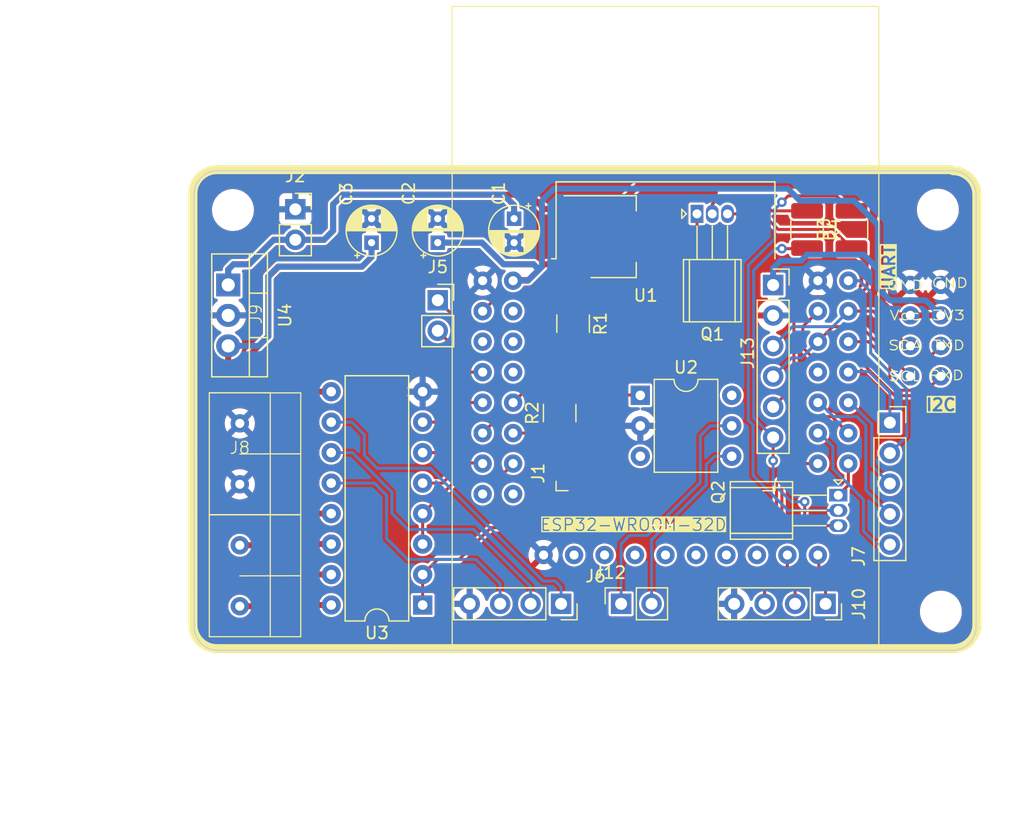
<source format=kicad_pcb>
(kicad_pcb (version 20240108) (generator "pcbnew") (generator_version "8.0")
  (layers (0 "F.Cu" signal) (31 "B.Cu" signal) (34 "B.Paste" user) (35 "F.Paste" user) (36 "B.SilkS" user "B.Silkscreen") (37 "F.SilkS" user "F.Silkscreen") (38 "B.Mask" user) (39 "F.Mask" user) (44 "Edge.Cuts" user))
  (net 0 "")
  (net 1 "GND")
  (net 2 "+3V3")
  (net 3 "+5V")
  (net 4 "/RXD")
  (net 5 "/TXD")
  (net 6 "/SDA")
  (net 7 "/OUT2")
  (net 8 "/OUT3")
  (net 9 "/SCL")
  (net 10 "/OUT1")
  (net 11 "/EN")
  (net 12 "/SOURCE2")
  (net 13 "/SOURCE1")
  (net 14 "/SOURCE3")
  (net 15 "/VDC")
  (net 16 "/DAC1")
  (net 17 "/DAC2")
  (net 18 "/GPIO13")
  (net 19 "/GPIO19")
  (net 20 "/GPIO17")
  (net 21 "/GPIO5")
  (net 22 "/GPIO18")
  (net 23 "/GPIO36")
  (net 24 "/ADC2_CH3")
  (net 25 "/GPIO32")
  (net 26 "/GPIO34")
  (net 27 "/SD_DATA1")
  (net 28 "/SD_DATA2")
  (net 29 "/SD_CLK")
  (net 30 "/SD_CMD")
  (net 31 "/SD_DATA3")
  (net 32 "/ADC2_CH0")
  (net 33 "/GPIO23")
  (net 34 "/SD_DATA0")
  (net 35 "/GPIO27")
  (net 36 "/ADC2_CH2")
  (net 37 "/BOOT")
  (net 39 "/V1-")
  (net 40 "Net-(R2-Pad2)")
  (net 41 "/V1+")
  (net 43 "/GPIO39")
  (net 44 "/DTR")
  (net 45 "/RTS")
  (net 46 "Net-(Q1-B)")
  (net 47 "Net-(Q2-B)")
  (net 48 "/OUT4")
  (net 49 "/SOURCE4")
  (net 50 "/OUT5")
  (net 51 "/SOURCE5")
  (footprint "Capacitor_THT:CP_Radial_D4.0mm_P2.00mm" (layer "F.Cu") (at 100.32 46 90)
    (property "Reference" "C2" (at 4.1 -2.42 -90) (layer "F.SilkS"))
    (property "Value" "1uF")
    (pad "1" thru_hole rect (at 0 0 90) (size 1.2 1.2) (drill 0.6) (layers "*.Cu" "*.Mask") (net 2 "+3V3"))
    (pad "2" thru_hole circle (at 2 0 90) (size 1.2 1.2) (drill 0.6) (layers "*.Cu" "*.Mask") (net 1 "GND"))
  )
  (footprint "Package_TO_SOT_THT:TO-92_Inline_W4.0mm_Horizontal_FlatSideDown" (layer "F.Cu") (at 121.9275 43.6)
    (property "Reference" "Q1" (at 1.27 10.033 0) (layer "F.SilkS"))
    (property "Value" "NPN")
    (pad "1" thru_hole rect (at 0 0) (size 1.05 1.5) (drill 0.75) (layers "*.Cu" "*.Mask") (net 11 "/EN"))
    (pad "2" thru_hole oval (at 1.27 0) (size 1.05 1.5) (drill 0.75) (layers "*.Cu" "*.Mask") (net 46 "Net-(Q1-B)"))
    (pad "3" thru_hole oval (at 2.54 0) (size 1.05 1.5) (drill 0.75) (layers "*.Cu" "*.Mask") (net 45 "/RTS"))
  )
  (footprint "Package_TO_SOT_THT:TO-92_Inline_W4.0mm_Horizontal_FlatSideDown" (layer "F.Cu") (at 133.7 67.0475 -90)
    (property "Reference" "Q2" (at -0.2475 10 90) (layer "F.SilkS"))
    (property "Value" "NPN")
    (pad "1" thru_hole rect (at 0 0 270) (size 1.05 1.5) (drill 0.75) (layers "*.Cu" "*.Mask") (net 37 "/BOOT"))
    (pad "2" thru_hole oval (at 1.27 0 270) (size 1.05 1.5) (drill 0.75) (layers "*.Cu" "*.Mask") (net 47 "Net-(Q2-B)"))
    (pad "3" thru_hole oval (at 2.54 0 270) (size 1.05 1.5) (drill 0.75) (layers "*.Cu" "*.Mask") (net 44 "/DTR"))
  )
  (footprint "Alexander Footprints Library:ESP32-WROOM-Adapter-Socket-2" (layer "F.Cu") (at 119.3 56.79)
    (property "Reference" "J1" (at -10.61 8.43 90) (layer "F.SilkS"))
    (property "Value" "~")
    (fp_text user "ESP32-WROOM-32D" (at -10.5 13.31 0) (layer "F.SilkS" knockout) (effects (font (thickness 0.1)) (justify left bottom)))
    (pad "" thru_hole circle (at -15.24 10.16) (size 1.524 1.524) (drill 0.762) (layers "*.Cu" "*.Mask"))
    (pad "" thru_hole circle (at -12.7 10.16) (size 1.524 1.524) (drill 0.762) (layers "*.Cu" "*.Mask"))
    (pad "1" thru_hole circle (at -15.24 -7.62) (size 1.524 1.524) (drill 0.762) (layers "*.Cu" "*.Mask") (net 1 "GND"))
    (pad "2" thru_hole circle (at -12.7 -7.62) (size 1.524 1.524) (drill 0.762) (layers "*.Cu" "*.Mask") (net 2 "+3V3"))
    (pad "3" thru_hole circle (at -15.24 -5.08) (size 1.524 1.524) (drill 0.762) (layers "*.Cu" "*.Mask") (net 11 "/EN"))
    (pad "4" thru_hole circle (at -12.7 -5.08) (size 1.524 1.524) (drill 0.762) (layers "*.Cu" "*.Mask") (net 23 "/GPIO36"))
    (pad "5" thru_hole circle (at -15.24 -2.54) (size 1.524 1.524) (drill 0.762) (layers "*.Cu" "*.Mask") (net 43 "/GPIO39"))
    (pad "6" thru_hole circle (at -12.7 -2.54) (size 1.524 1.524) (drill 0.762) (layers "*.Cu" "*.Mask") (net 26 "/GPIO34"))
    (pad "7" thru_hole circle (at -15.24 0) (size 1.524 1.524) (drill 0.762) (layers "*.Cu" "*.Mask") (net 50 "/OUT5"))
    (pad "8" thru_hole circle (at -12.7 0) (size 1.524 1.524) (drill 0.762) (layers "*.Cu" "*.Mask") (net 25 "/GPIO32"))
    (pad "9" thru_hole circle (at -15.24 2.54) (size 1.524 1.524) (drill 0.762) (layers "*.Cu" "*.Mask") (net 48 "/OUT4"))
    (pad "10" thru_hole circle (at -12.7 2.54) (size 1.524 1.524) (drill 0.762) (layers "*.Cu" "*.Mask") (net 16 "/DAC1"))
    (pad "11" thru_hole circle (at -15.24 5.08) (size 1.524 1.524) (drill 0.762) (layers "*.Cu" "*.Mask") (net 17 "/DAC2"))
    (pad "12" thru_hole circle (at -12.7 5.08) (size 1.524 1.524) (drill 0.762) (layers "*.Cu" "*.Mask") (net 35 "/GPIO27"))
    (pad "13" thru_hole circle (at -15.24 7.62) (size 1.524 1.524) (drill 0.762) (layers "*.Cu" "*.Mask") (net 8 "/OUT3"))
    (pad "14" thru_hole circle (at -12.7 7.62) (size 1.524 1.524) (drill 0.762) (layers "*.Cu" "*.Mask") (net 7 "/OUT2"))
    (pad "15" thru_hole circle (at -10.16 15.24 90) (size 1.524 1.524) (drill 0.762) (layers "*.Cu" "*.Mask") (net 1 "GND"))
    (pad "16" thru_hole circle (at -7.62 15.24 90) (size 1.524 1.524) (drill 0.762) (layers "*.Cu" "*.Mask") (net 18 "/GPIO13"))
    (pad "17" thru_hole circle (at -5.08 15.24 90) (size 1.524 1.524) (drill 0.762) (layers "*.Cu" "*.Mask") (net 28 "/SD_DATA2"))
    (pad "18" thru_hole circle (at -2.54 15.24 90) (size 1.524 1.524) (drill 0.762) (layers "*.Cu" "*.Mask") (net 31 "/SD_DATA3"))
    (pad "19" thru_hole circle (at 0 15.24 90) (size 1.524 1.524) (drill 0.762) (layers "*.Cu" "*.Mask") (net 30 "/SD_CMD"))
    (pad "20" thru_hole circle (at 2.54 15.24 90) (size 1.524 1.524) (drill 0.762) (layers "*.Cu" "*.Mask") (net 29 "/SD_CLK"))
    (pad "21" thru_hole circle (at 5.08 15.24 90) (size 1.524 1.524) (drill 0.762) (layers "*.Cu" "*.Mask") (net 34 "/SD_DATA0"))
    (pad "22" thru_hole circle (at 7.62 15.24 90) (size 1.524 1.524) (drill 0.762) (layers "*.Cu" "*.Mask") (net 27 "/SD_DATA1"))
    (pad "23" thru_hole circle (at 10.16 15.24 90) (size 1.524 1.524) (drill 0.762) (layers "*.Cu" "*.Mask") (net 24 "/ADC2_CH3"))
    (pad "24" thru_hole circle (at 12.7 15.24 90) (size 1.524 1.524) (drill 0.762) (layers "*.Cu" "*.Mask") (net 36 "/ADC2_CH2"))
    (pad "25" thru_hole circle (at 15.24 7.62) (size 1.524 1.524) (drill 0.762) (layers "*.Cu" "*.Mask") (net 37 "/BOOT"))
    (pad "26" thru_hole circle (at 12.7 7.62) (size 1.524 1.524) (drill 0.762) (layers "*.Cu" "*.Mask") (net 32 "/ADC2_CH0"))
    (pad "27" thru_hole circle (at 15.24 5.08) (size 1.524 1.524) (drill 0.762) (layers "*.Cu" "*.Mask") (net 10 "/OUT1"))
    (pad "28" thru_hole circle (at 12.7 5.08) (size 1.524 1.524) (drill 0.762) (layers "*.Cu" "*.Mask") (net 20 "/GPIO17"))
    (pad "29" thru_hole circle (at 15.24 2.54) (size 1.524 1.524) (drill 0.762) (layers "*.Cu" "*.Mask") (net 21 "/GPIO5"))
    (pad "30" thru_hole circle (at 12.7 2.54) (size 1.524 1.524) (drill 0.762) (layers "*.Cu" "*.Mask") (net 22 "/GPIO18"))
    (pad "31" thru_hole circle (at 15.24 0) (size 1.524 1.524) (drill 0.762) (layers "*.Cu" "*.Mask") (net 19 "/GPIO19"))
    (pad "32" thru_hole circle (at 12.7 0) (size 1.524 1.524) (drill 0.762) (layers "*.Cu" "*.Mask"))
    (pad "33" thru_hole circle (at 15.24 -2.54) (size 1.524 1.524) (drill 0.762) (layers "*.Cu" "*.Mask") (net 6 "/SDA"))
    (pad "34" thru_hole circle (at 12.7 -2.54) (size 1.524 1.524) (drill 0.762) (layers "*.Cu" "*.Mask") (net 4 "/RXD"))
    (pad "35" thru_hole circle (at 15.24 -5.08) (size 1.524 1.524) (drill 0.762) (layers "*.Cu" "*.Mask") (net 5 "/TXD"))
    (pad "36" thru_hole circle (at 12.7 -5.08) (size 1.524 1.524) (drill 0.762) (layers "*.Cu" "*.Mask") (net 9 "/SCL"))
    (pad "37" thru_hole circle (at 15.24 -7.62) (size 1.524 1.524) (drill 0.762) (layers "*.Cu" "*.Mask") (net 33 "/GPIO23"))
    (pad "38" thru_hole circle (at 12.7 -7.62) (size 1.524 1.524) (drill 0.762) (layers "*.Cu" "*.Mask") (net 1 "GND"))
  )
  (footprint "MountingHole:MountingHole_3mm" (layer "F.Cu") (at 142 43.25)
    (property "Reference" "H1" (hide yes))
    (property "Value" "MountingHole_Pad")
    (pad "" np_thru_hole circle (at 0 0) (size 3 3) (drill 3) (layers "*.Cu" "*.Mask"))
  )
  (footprint "MountingHole:MountingHole_3mm" (layer "F.Cu") (at 83.25 43.28)
    (property "Reference" "H2" (hide yes))
    (property "Value" "MountingHole_Pad")
    (pad "" np_thru_hole circle (at 0 0) (size 3 3) (drill 3) (layers "*.Cu" "*.Mask"))
  )
  (footprint "Package_DIP:DIP-16_W7.62mm" (layer "F.Cu") (at 99.06 76.2 180)
    (property "Reference" "U3" (at 3.81 -2.33 0) (layer "F.SilkS"))
    (property "Value" "ULN2003")
    (pad "1" thru_hole rect (at 0 0 180) (size 1.6 1.6) (drill 0.8) (layers "*.Cu" "*.Mask") (net 10 "/OUT1"))
    (pad "2" thru_hole oval (at 0 2.54 180) (size 1.6 1.6) (drill 0.8) (layers "*.Cu" "*.Mask") (net 10 "/OUT1"))
    (pad "3" thru_hole oval (at 0 5.08 180) (size 1.6 1.6) (drill 0.8) (layers "*.Cu" "*.Mask") (net 7 "/OUT2"))
    (pad "4" thru_hole oval (at 0 7.62 180) (size 1.6 1.6) (drill 0.8) (layers "*.Cu" "*.Mask") (net 7 "/OUT2"))
    (pad "5" thru_hole oval (at 0 10.16 180) (size 1.6 1.6) (drill 0.8) (layers "*.Cu" "*.Mask") (net 8 "/OUT3"))
    (pad "6" thru_hole oval (at 0 12.7 180) (size 1.6 1.6) (drill 0.8) (layers "*.Cu" "*.Mask") (net 48 "/OUT4"))
    (pad "7" thru_hole oval (at 0 15.24 180) (size 1.6 1.6) (drill 0.8) (layers "*.Cu" "*.Mask") (net 50 "/OUT5"))
    (pad "8" thru_hole oval (at 0 17.78 180) (size 1.6 1.6) (drill 0.8) (layers "*.Cu" "*.Mask") (net 1 "GND"))
    (pad "9" thru_hole oval (at 7.62 17.78 180) (size 1.6 1.6) (drill 0.8) (layers "*.Cu" "*.Mask") (net 3 "+5V"))
    (pad "10" thru_hole oval (at 7.62 15.24 180) (size 1.6 1.6) (drill 0.8) (layers "*.Cu" "*.Mask") (net 51 "/SOURCE5"))
    (pad "11" thru_hole oval (at 7.62 12.7 180) (size 1.6 1.6) (drill 0.8) (layers "*.Cu" "*.Mask") (net 49 "/SOURCE4"))
    (pad "12" thru_hole oval (at 7.62 10.16 180) (size 1.6 1.6) (drill 0.8) (layers "*.Cu" "*.Mask") (net 14 "/SOURCE3"))
    (pad "13" thru_hole oval (at 7.62 7.62 180) (size 1.6 1.6) (drill 0.8) (layers "*.Cu" "*.Mask") (net 12 "/SOURCE2"))
    (pad "14" thru_hole oval (at 7.62 5.08 180) (size 1.6 1.6) (drill 0.8) (layers "*.Cu" "*.Mask") (net 12 "/SOURCE2"))
    (pad "15" thru_hole oval (at 7.62 2.54 180) (size 1.6 1.6) (drill 0.8) (layers "*.Cu" "*.Mask") (net 13 "/SOURCE1"))
    (pad "16" thru_hole oval (at 7.62 0 180) (size 1.6 1.6) (drill 0.8) (layers "*.Cu" "*.Mask") (net 13 "/SOURCE1"))
  )
  (footprint "Package_DIP:DIP-6_W7.62mm" (layer "F.Cu") (at 117.2 58.725)
    (property "Reference" "U2" (at 3.81 -2.33 0) (layer "F.SilkS"))
    (property "Value" "4N35")
    (pad "1" thru_hole rect (at 0 0) (size 1.6 1.6) (drill 0.8) (layers "*.Cu" "*.Mask") (net 40 "Net-(R2-Pad2)"))
    (pad "2" thru_hole oval (at 0 2.54) (size 1.6 1.6) (drill 0.8) (layers "*.Cu" "*.Mask") (net 1 "GND"))
    (pad "3" thru_hole oval (at 0 5.08) (size 1.6 1.6) (drill 0.8) (layers "*.Cu" "*.Mask"))
    (pad "4" thru_hole oval (at 7.62 5.08) (size 1.6 1.6) (drill 0.8) (layers "*.Cu" "*.Mask") (net 39 "/V1-"))
    (pad "5" thru_hole oval (at 7.62 2.54) (size 1.6 1.6) (drill 0.8) (layers "*.Cu" "*.Mask") (net 41 "/V1+"))
    (pad "6" thru_hole oval (at 7.62 0) (size 1.6 1.6) (drill 0.8) (layers "*.Cu" "*.Mask"))
  )
  (footprint "Alexander Footprints Library:Conn_Terminal_5mm" (layer "F.Cu") (at 83.82 53.44)
    (property "Reference" "J9" (at 1.33 -1.49 90) (layer "F.SilkS") (effects (font (thickness 0.1))))
    (property "Value" "Conn_01x02_Socket")
    (pad "1" thru_hole circle (at 0 7.62) (size 1.524 1.524) (drill 0.762) (layers "*.Cu" "*.Mask") (net 1 "GND"))
    (pad "2" thru_hole circle (at 0 12.7) (size 1.524 1.524) (drill 0.762) (layers "*.Cu" "*.Mask") (net 1 "GND"))
  )
  (footprint "Resistor_SMD:R_1210_3225Metric_Pad1.30x2.65mm_HandSolder" (layer "F.Cu") (at 134.8 44.9 90)
    (property "Reference" "R3" (at 0 -2.28 -90) (layer "F.SilkS"))
    (property "Value" "10K")
    (pad "1" smd roundrect (at -1.55 0 90) (size 1.3 2.65) (layers "F.Cu" "F.Paste" "F.Mask") (roundrect_rratio 0.192308) (net 45 "/RTS"))
    (pad "2" smd roundrect (at 1.55 0 90) (size 1.3 2.65) (layers "F.Cu" "F.Paste" "F.Mask") (roundrect_rratio 0.192308) (net 47 "Net-(Q2-B)"))
  )
  (footprint "Resistor_SMD:R_1210_3225Metric_Pad1.30x2.65mm_HandSolder" (layer "F.Cu") (at 111.6 52.75 -90)
    (property "Reference" "R1" (at 0 -2.28 -90) (layer "F.SilkS"))
    (property "Value" "10K")
    (pad "1" smd roundrect (at -1.55 0 270) (size 1.3 2.65) (layers "F.Cu" "F.Paste" "F.Mask") (roundrect_rratio 0.192308) (net 2 "+3V3"))
    (pad "2" smd roundrect (at 1.55 0 270) (size 1.3 2.65) (layers "F.Cu" "F.Paste" "F.Mask") (roundrect_rratio 0.192308) (net 11 "/EN"))
  )
  (footprint "Connector_PinSocket_2.54mm:PinSocket_1x05_P2.54mm_Vertical" (layer "F.Cu") (at 138 61)
    (property "Reference" "J7" (at -2.6 11.15 90) (layer "F.SilkS"))
    (property "Value" "GPIO")
    (pad "1" thru_hole rect (at 0 0) (size 1.7 1.7) (drill 1) (layers "*.Cu" "*.Mask") (net 19 "/GPIO19"))
    (pad "2" thru_hole oval (at 0 2.54) (size 1.7 1.7) (drill 1) (layers "*.Cu" "*.Mask") (net 33 "/GPIO23"))
    (pad "3" thru_hole oval (at 0 5.08) (size 1.7 1.7) (drill 1) (layers "*.Cu" "*.Mask") (net 21 "/GPIO5"))
    (pad "4" thru_hole oval (at 0 7.62) (size 1.7 1.7) (drill 1) (layers "*.Cu" "*.Mask") (net 22 "/GPIO18"))
    (pad "5" thru_hole oval (at 0 10.16) (size 1.7 1.7) (drill 1) (layers "*.Cu" "*.Mask") (net 20 "/GPIO17"))
  )
  (footprint "Resistor_SMD:R_1210_3225Metric_Pad1.30x2.65mm_HandSolder" (layer "F.Cu") (at 131.1 44.9 -90)
    (property "Reference" "R4" (at 0 -2.28 90) (layer "F.SilkS"))
    (property "Value" "10K")
    (pad "1" smd roundrect (at -1.55 0 270) (size 1.3 2.65) (layers "F.Cu" "F.Paste" "F.Mask") (roundrect_rratio 0.192308) (net 46 "Net-(Q1-B)"))
    (pad "2" smd roundrect (at 1.55 0 270) (size 1.3 2.65) (layers "F.Cu" "F.Paste" "F.Mask") (roundrect_rratio 0.192308) (net 44 "/DTR"))
  )
  (footprint "Connector_PinSocket_2.54mm:PinSocket_1x02_P2.54mm_Vertical" (layer "F.Cu") (at 88.45 43.22)
    (property "Reference" "J2" (at 0 -2.77 0) (layer "F.SilkS"))
    (property "Value" "PWD")
    (pad "1" thru_hole rect (at 0 0) (size 1.7 1.7) (drill 1) (layers "*.Cu" "*.Mask") (net 1 "GND"))
    (pad "2" thru_hole oval (at 0 2.54) (size 1.7 1.7) (drill 1) (layers "*.Cu" "*.Mask") (net 15 "/VDC"))
  )
  (footprint "Connector_PinSocket_2.54mm:PinSocket_1x02_P2.54mm_Vertical" (layer "F.Cu") (at 115.6 76.1 90)
    (property "Reference" "J12" (at 2.6 -0.92 180) (layer "F.SilkS"))
    (property "Value" "Conn_01x02_Socket")
    (pad "1" thru_hole rect (at 0 0 90) (size 1.7 1.7) (drill 1) (layers "*.Cu" "*.Mask") (net 41 "/V1+"))
    (pad "2" thru_hole oval (at 0 2.54 90) (size 1.7 1.7) (drill 1) (layers "*.Cu" "*.Mask") (net 39 "/V1-"))
  )
  (footprint "Connector_PinSocket_2.54mm:PinSocket_1x04_P2.54mm_Vertical" (layer "F.Cu") (at 110.6 76.1 -90)
    (property "Reference" "J6" (at -2.3 -2.87 180) (layer "F.SilkS"))
    (property "Value" "SOURCE")
    (pad "1" thru_hole rect (at 0 0 270) (size 1.7 1.7) (drill 1) (layers "*.Cu" "*.Mask") (net 51 "/SOURCE5"))
    (pad "2" thru_hole oval (at 0 2.54 270) (size 1.7 1.7) (drill 1) (layers "*.Cu" "*.Mask") (net 49 "/SOURCE4"))
    (pad "3" thru_hole oval (at 0 5.08 270) (size 1.7 1.7) (drill 1) (layers "*.Cu" "*.Mask") (net 14 "/SOURCE3"))
    (pad "4" thru_hole oval (at 0 7.62 270) (size 1.7 1.7) (drill 1) (layers "*.Cu" "*.Mask") (net 1 "GND"))
  )
  (footprint "Connector_PinSocket_2.54mm:PinSocket_1x04_P2.54mm_Vertical" (layer "F.Cu") (at 132.64 76.1 -90)
    (property "Reference" "J10" (at 0 -2.77 90) (layer "F.SilkS"))
    (property "Value" "ADC")
    (pad "1" thru_hole rect (at 0 0 270) (size 1.7 1.7) (drill 1) (layers "*.Cu" "*.Mask") (net 36 "/ADC2_CH2"))
    (pad "2" thru_hole oval (at 0 2.54 270) (size 1.7 1.7) (drill 1) (layers "*.Cu" "*.Mask") (net 32 "/ADC2_CH0"))
    (pad "3" thru_hole oval (at 0 5.08 270) (size 1.7 1.7) (drill 1) (layers "*.Cu" "*.Mask") (net 24 "/ADC2_CH3"))
    (pad "4" thru_hole oval (at 0 7.62 270) (size 1.7 1.7) (drill 1) (layers "*.Cu" "*.Mask") (net 1 "GND"))
  )
  (footprint "Capacitor_THT:CP_Radial_D4.0mm_P2.00mm" (layer "F.Cu") (at 94.8 46 90)
    (property "Reference" "C3" (at 4.05 -2.1 -90) (layer "F.SilkS"))
    (property "Value" "1uF")
    (pad "1" thru_hole rect (at 0 0 90) (size 1.2 1.2) (drill 0.6) (layers "*.Cu" "*.Mask") (net 3 "+5V"))
    (pad "2" thru_hole circle (at 2 0 90) (size 1.2 1.2) (drill 0.6) (layers "*.Cu" "*.Mask") (net 1 "GND"))
  )
  (footprint "Connector_PinSocket_2.54mm:PinSocket_1x02_P2.54mm_Vertical" (layer "F.Cu") (at 100.32 50.8)
    (property "Reference" "J5" (at 0 -2.77 0) (layer "F.SilkS"))
    (property "Value" "DAC_Socket")
    (pad "1" thru_hole rect (at 0 0) (size 1.7 1.7) (drill 1) (layers "*.Cu" "*.Mask") (net 16 "/DAC1"))
    (pad "2" thru_hole oval (at 0 2.54) (size 1.7 1.7) (drill 1) (layers "*.Cu" "*.Mask") (net 17 "/DAC2"))
  )
  (footprint "Alexander Footprints Library:Conn_UART" (layer "F.Cu") (at 139.7 41.9)
    (property "Reference" "J3" (hide yes))
    (property "Value" "UART")
    (fp_text user "3V3" (at 3.2 10.16 0) (layer "F.SilkS") (effects (font (size 0.8 1) (thickness 0.1))))
    (fp_text user "GND" (at 3.3 7.46 0) (layer "F.SilkS") (effects (font (size 0.8 1) (thickness 0.1))))
    (fp_text user "RXD" (at 3 15.16 0) (layer "F.SilkS") (effects (font (size 0.8 1) (thickness 0.1))))
    (fp_text user "TXD" (at 3.2 12.66 0) (layer "F.SilkS") (effects (font (size 0.8 1) (thickness 0.1))))
    (fp_text user "UART" (at -1.2 6.16 90) (layer "F.SilkS" knockout) (effects (font (thickness 0.2) (bold yes)) (justify bottom)))
    (pad "3V3" thru_hole circle (at 0 10.16) (size 1.524 1.524) (drill 0.762) (layers "*.Cu" "*.Mask") (net 2 "+3V3"))
    (pad "GND" thru_hole circle (at 0 7.62) (size 1.524 1.524) (drill 0.762) (layers "*.Cu" "*.Mask") (net 1 "GND"))
    (pad "RXD" thru_hole circle (at 0 15.24) (size 1.524 1.524) (drill 0.762) (layers "*.Cu" "*.Mask") (net 4 "/RXD"))
    (pad "TXD" thru_hole circle (at 0 12.7) (size 1.524 1.524) (drill 0.762) (layers "*.Cu" "*.Mask") (net 5 "/TXD"))
  )
  (footprint "Resistor_SMD:R_1210_3225Metric_Pad1.30x2.65mm_HandSolder" (layer "F.Cu") (at 110.48 60.2 90)
    (property "Reference" "R2" (at 0 -2.28 90) (layer "F.SilkS"))
    (property "Value" "1K")
    (pad "1" smd roundrect (at -1.55 0 90) (size 1.3 2.65) (layers "F.Cu" "F.Paste" "F.Mask") (roundrect_rratio 0.192308) (net 35 "/GPIO27"))
    (pad "2" smd roundrect (at 1.55 0 90) (size 1.3 2.65) (layers "F.Cu" "F.Paste" "F.Mask") (roundrect_rratio 0.192308) (net 40 "Net-(R2-Pad2)"))
  )
  (footprint "Capacitor_THT:CP_Radial_D4.0mm_P2.00mm" (layer "F.Cu") (at 106.68 44 -90)
    (property "Reference" "C1" (at -2.1 1.28 90) (layer "F.SilkS"))
    (property "Value" "1uF")
    (pad "1" thru_hole rect (at 0 0 270) (size 1.2 1.2) (drill 0.6) (layers "*.Cu" "*.Mask") (net 15 "/VDC"))
    (pad "2" thru_hole circle (at 2 0 270) (size 1.2 1.2) (drill 0.6) (layers "*.Cu" "*.Mask") (net 1 "GND"))
  )
  (footprint "Package_TO_SOT_SMD:SOT-223-3_TabPin2" (layer "F.Cu") (at 114.95 45.5)
    (property "Reference" "U1" (at 2.7 4.9 0) (layer "F.SilkS"))
    (property "Value" "MAX1726EUK33")
    (pad "1" smd rect (at -3.15 -2.3) (size 2 1.5) (layers "F.Cu" "F.Paste" "F.Mask") (net 15 "/VDC"))
    (pad "2" smd rect (at -3.15 0) (size 2 1.5) (layers "F.Cu" "F.Paste" "F.Mask") (net 1 "GND"))
    (pad "2" smd rect (at 3.15 0) (size 2 3.8) (layers "F.Cu" "F.Paste" "F.Mask") (net 1 "GND"))
    (pad "3" smd rect (at -3.15 2.3) (size 2 1.5) (layers "F.Cu" "F.Paste" "F.Mask") (net 2 "+3V3"))
  )
  (footprint "Alexander Footprints Library:LD1117" (layer "F.Cu") (at 82.855 49.52 -90)
    (property "Reference" "U4" (at 2.54 -4.745 90) (layer "F.SilkS"))
    (property "Value" "L7805")
    (pad "1" thru_hole rect (at 0 0 270) (size 1.905 2) (drill 1.1) (layers "*.Cu" "*.Mask") (net 15 "/VDC"))
    (pad "2" thru_hole oval (at 2.54 0 270) (size 1.905 2) (drill 1.1) (layers "*.Cu" "*.Mask") (net 1 "GND"))
    (pad "3" thru_hole oval (at 5.08 0 270) (size 1.905 2) (drill 1.1) (layers "*.Cu" "*.Mask") (net 3 "+5V"))
  )
  (footprint "Alexander Footprints Library:Conn_I2C" (layer "F.Cu") (at 142.24 41.9)
    (property "Reference" "J4" (hide yes))
    (property "Value" "I2C")
    (fp_text user "I2C" (at 0.01 18.206 0) (layer "F.SilkS" knockout) (effects (font (thickness 0.2) (bold yes)) (justify bottom)))
    (fp_text user "SCL" (at -2.99 15.24 0) (layer "F.SilkS") (effects (font (size 0.8 1) (thickness 0.1))))
    (fp_text user "SDA" (at -2.99 12.666 0) (layer "F.SilkS") (effects (font (size 0.8 1) (thickness 0.1))))
    (fp_text user "GND" (at -2.99 7.666 0) (layer "F.SilkS") (effects (font (size 0.8 1) (thickness 0.1))))
    (fp_text user "Vcc" (at -2.99 10.16 0) (layer "F.SilkS") (effects (font (size 0.8 1) (thickness 0.1))))
    (pad "GND" thru_hole circle (at 0 7.62) (size 1.524 1.524) (drill 0.762) (layers "*.Cu" "*.Mask") (net 1 "GND"))
    (pad "SCL" thru_hole circle (at 0 15.24) (size 1.524 1.524) (drill 0.762) (layers "*.Cu" "*.Mask") (net 9 "/SCL"))
    (pad "SDA" thru_hole circle (at 0 12.7) (size 1.524 1.524) (drill 0.762) (layers "*.Cu" "*.Mask") (net 6 "/SDA"))
    (pad "Vcc" thru_hole circle (at 0 10.16) (size 1.524 1.524) (drill 0.762) (layers "*.Cu" "*.Mask") (net 2 "+3V3"))
  )
  (footprint "MountingHole:MountingHole_3mm" (layer "F.Cu") (at 142.25 76.75)
    (property "Reference" "H4" (hide yes))
    (property "Value" "MountingHole_Pad")
    (pad "" np_thru_hole circle (at 0 0) (size 3 3) (drill 3) (layers "*.Cu" "*.Mask"))
  )
  (footprint "Connector_PinSocket_2.54mm:PinSocket_1x06_P2.54mm_Vertical" (layer "F.Cu") (at 128.27 49.53)
    (property "Reference" "J13" (at -2.12 5.67 90) (layer "F.SilkS"))
    (property "Value" "Conn_01x06_Socket")
    (pad "1" thru_hole rect (at 0 0) (size 1.7 1.7) (drill 1) (layers "*.Cu" "*.Mask") (net 2 "+3V3"))
    (pad "2" thru_hole oval (at 0 2.54) (size 1.7 1.7) (drill 1) (layers "*.Cu" "*.Mask") (net 1 "GND"))
    (pad "3" thru_hole oval (at 0 5.08) (size 1.7 1.7) (drill 1) (layers "*.Cu" "*.Mask") (net 5 "/TXD"))
    (pad "4" thru_hole oval (at 0 7.62) (size 1.7 1.7) (drill 1) (layers "*.Cu" "*.Mask") (net 4 "/RXD"))
    (pad "5" thru_hole oval (at 0 10.16) (size 1.7 1.7) (drill 1) (layers "*.Cu" "*.Mask") (net 45 "/RTS"))
    (pad "6" thru_hole oval (at 0 12.7) (size 1.7 1.7) (drill 1) (layers "*.Cu" "*.Mask") (net 44 "/DTR"))
  )
  (footprint "Alexander Footprints Library:Conn_Terminal_5mm" (layer "F.Cu") (at 83.82 63.6)
    (property "Reference" "J8" (at 0 -0.5 0) (layer "F.SilkS") (effects (font (thickness 0.1))))
    (property "Value" "Conn_01x02_Socket")
    (pad "1" thru_hole circle (at 0 7.62) (size 1.524 1.524) (drill 0.762) (layers "*.Cu" "*.Mask") (net 12 "/SOURCE2"))
    (pad "2" thru_hole circle (at 0 12.7) (size 1.524 1.524) (drill 0.762) (layers "*.Cu" "*.Mask") (net 13 "/SOURCE1"))
  )
  (gr_line (start 145.25 41.86421) (end 145.25 77.835782) (stroke (width 0.75)) (layer "F.SilkS"))
  (gr_line (start 81.914218 39.914218) (end 143.08579 39.914218) (stroke (width 0.75)) (layer "F.SilkS"))
  (gr_arc (start 145.25 77.835782) (mid 144.664218 79.25) (end 143.25 79.835782) (stroke (width 0.75)) (layer "F.SilkS"))
  (gr_line (start 79.914218 41.86421) (end 79.914218 77.835782) (stroke (width 0.75)) (layer "F.SilkS"))
  (gr_arc (start 81.914218 79.835782) (mid 80.5 79.25) (end 79.914218 77.835782) (stroke (width 0.75)) (layer "F.SilkS"))
  (gr_arc (start 143.25 40) (mid 144.664218 40.585782) (end 145.25 42) (stroke (width 0.75)) (layer "F.SilkS"))
  (gr_arc (start 79.914218 41.914218) (mid 80.5 40.5) (end 81.914218 39.914218) (stroke (width 0.75)) (layer "F.SilkS"))
  (gr_line (start 81.914214 79.835782) (end 143.085786 79.835782) (stroke (width 0.75)) (layer "F.SilkS"))
  (gr_line (start 80 42) (end 80.014214 77.985786) (stroke (width 0.1)) (layer "Edge.Cuts"))
  (gr_arc (start 143.185786 40.014214) (mid 144.6 40.6) (end 145.185786 42.014214) (stroke (width 0.1)) (layer "Edge.Cuts"))
  (gr_arc (start 82.014214 79.985786) (mid 80.6 79.4) (end 80.014214 77.985786) (stroke (width 0.1)) (layer "Edge.Cuts"))
  (gr_line (start 145.185786 42.014214) (end 145.185786 77.985786) (stroke (width 0.1)) (layer "Edge.Cuts"))
  (gr_arc (start 80 42) (mid 80.585786 40.585786) (end 82 40) (stroke (width 0.1)) (layer "Edge.Cuts"))
  (gr_line (start 82.014214 79.985786) (end 143.185786 79.985786) (stroke (width 0.1)) (layer "Edge.Cuts"))
  (gr_arc (start 145.185786 77.985786) (mid 144.6 79.4) (end 143.185786 79.985786) (stroke (width 0.1)) (layer "Edge.Cuts"))
  (gr_line (start 143.185786 40.014214) (end 82 40) (stroke (width 0.1)) (layer "Edge.Cuts"))
  (segment (start 84.21 65.75) (end 83.82 66.14) (width 0.5) (layer "F.Cu") (net 1))
  (segment (start 137.4 42.6) (end 136.05 41.25) (width 0.5) (layer "F.Cu") (net 2))
  (segment (start 114.63 47.8) (end 109.2 47.8) (width 0.5) (layer "F.Cu") (net 2))
  (segment (start 136.05 41.25) (end 117 41.25) (width 0.5) (layer "F.Cu") (net 2))
  (segment (start 117 41.25) (end 115.56 42.69) (width 0.5) (layer "F.Cu") (net 2))
  (segment (start 112.2 49.4) (end 113.6 49.4) (width 0.5) (layer "F.Cu") (net 2))
  (segment (start 139.7 52.06) (end 138.46 52.06) (width 0.5) (layer "F.Cu") (net 2))
  (segment (start 114.29 48.71) (end 114.29 47.8) (width 0.5) (layer "F.Cu") (net 2))
  (segment (start 107.88 49.12) (end 106.68 49.12) (width 0.5) (layer "F.Cu") (net 2))
  (segment (start 115.56 46.87) (end 114.63 47.8) (width 0.5) (layer "F.Cu") (net 2))
  (segment (start 142.24 52.06) (end 139.7 52.06) (width 0.5) (layer "F.Cu") (net 2))
  (segment (start 115.56 42.69) (end 115.56 46.87) (width 0.5) (layer "F.Cu") (net 2))
  (segment (start 105.8 47.8) (end 108.3 47.8) (width 0.5) (layer "F.Cu") (net 2))
  (segment (start 111.6 50) (end 112.2 49.4) (width 0.5) (layer "F.Cu") (net 2))
  (segment (start 138.46 52.06) (end 137.4 51) (width 0.5) (layer "F.Cu") (net 2))
  (segment (start 100.2 46) (end 104 46) (width 0.5) (layer "F.Cu") (net 2))
  (segment (start 109.2 47.8) (end 107.88 49.12) (width 0.5) (layer "F.Cu") (net 2))
  (segment (start 113.6 49.4) (end 114.29 48.71) (width 0.5) (layer "F.Cu") (net 2))
  (segment (start 108.3 47.8) (end 108.75 48.25) (width 0.5) (layer "F.Cu") (net 2))
  (segment (start 137.4 51) (end 137.4 42.6) (width 0.5) (layer "F.Cu") (net 2))
  (segment (start 111.6 51.2) (end 111.6 50) (width 0.5) (layer "F.Cu") (net 2))
  (segment (start 104 46) (end 105.8 47.8) (width 0.5) (layer "F.Cu") (net 2))
  (segment (start 100.32 46) (end 104 46) (width 0.5) (layer "B.Cu") (net 2))
  (segment (start 110 41.5) (end 129.501041 41.5) (width 0.5) (layer "B.Cu") (net 2))
  (segment (start 137 48.2) (end 135.8 47) (width 0.5) (layer "B.Cu") (net 2))
  (segment (start 139.7 50.8) (end 140.98 50.8) (width 0.5) (layer "B.Cu") (net 2))
  (segment (start 140.98 50.8) (end 142.24 52.06) (width 0.5) (layer "B.Cu") (net 2))
  (segment (start 128.27 48.13) (end 128.27 49.53) (width 0.5) (layer "B.Cu") (net 2))
  (segment (start 137 49.8) (end 137 48.2) (width 0.5) (layer "B.Cu") (net 2))
  (segment (start 107.83 49.17) (end 109 48) (width 0.5) (layer "B.Cu") (net 2))
  (segment (start 128.9 47.5) (end 128.27 48.13) (width 0.5) (layer "B.Cu") (net 2))
  (segment (start 131.1 47) (end 130.6 47.5) (width 0.5) (layer "B.Cu") (net 2))
  (segment (start 108.3 47.8) (end 108.5 48) (width 0.5) (layer "B.Cu") (net 2))
  (segment (start 106.6 49.17) (end 107.83 49.17) (width 0.5) (layer "B.Cu") (net 2))
  (segment (start 105.8 47.8) (end 108.3 47.8) (width 0.5) (layer "B.Cu") (net 2))
  (segment (start 109 42.5) (end 110 41.5) (width 0.5) (layer "B.Cu") (net 2))
  (segment (start 104 46) (end 105.8 47.8) (width 0.5) (layer "B.Cu") (net 2))
  (segment (start 135.8 47) (end 131.1 47) (width 0.5) (layer "B.Cu") (net 2))
  (segment (start 130.501041 42.5) (end 135 42.5) (width 0.5) (layer "B.Cu") (net 2))
  (segment (start 139.7 50.8) (end 138 50.8) (width 0.5) (layer "B.Cu") (net 2))
  (segment (start 138 50.8) (end 137 49.8) (width 0.5) (layer "B.Cu") (net 2))
  (segment (start 129.501041 41.5) (end 130.501041 42.5) (width 0.5) (layer "B.Cu") (net 2))
  (segment (start 137 44.5) (end 137 48.2) (width 0.5) (layer "B.Cu") (net 2))
  (segment (start 130.6 47.5) (end 128.9 47.5) (width 0.5) (layer "B.Cu") (net 2))
  (segment (start 135 42.5) (end 137 44.5) (width 0.5) (layer "B.Cu") (net 2))
  (segment (start 109 48) (end 109 42.5) (width 0.5) (layer "B.Cu") (net 2))
  (segment (start 94.8 47.2) (end 94.8 46) (width 0.5) (layer "F.Cu") (net 3))
  (segment (start 86.2 53.8) (end 86.2 48.85) (width 0.5) (layer "F.Cu") (net 3))
  (segment (start 91.44 58.42) (end 84.82 58.42) (width 0.5) (layer "F.Cu") (net 3))
  (segment (start 82.855 56.455) (end 82.855 55.14) (width 0.5) (layer "F.Cu") (net 3))
  (segment (start 86.2 48.85) (end 87.05 48) (width 0.5) (layer "F.Cu") (net 3))
  (segment (start 94 48) (end 94.8 47.2) (width 0.5) (layer "F.Cu") (net 3))
  (segment (start 84.82 58.42) (end 82.855 56.455) (width 0.5) (layer "F.Cu") (net 3))
  (segment (start 83.6 57.2) (end 83.6 56.4) (width 0.5) (layer "F.Cu") (net 3))
  (segment (start 83.6 56.4) (end 86.2 53.8) (width 0.5) (layer "F.Cu") (net 3))
  (segment (start 87.05 48) (end 94 48) (width 0.5) (layer "F.Cu") (net 3))
  (segment (start 86.2 53.8) (end 85.4 54.6) (width 0.5) (layer "B.Cu") (net 3))
  (segment (start 87 48) (end 86.2 48.8) (width 0.5) (layer "B.Cu") (net 3))
  (segment (start 85.4 54.6) (end 82.855 54.6) (width 0.5) (layer "B.Cu") (net 3))
  (segment (start 86.2 48.8) (end 86.2 53.8) (width 0.5) (layer "B.Cu") (net 3))
  (segment (start 94.8 47.2) (end 94 48) (width 0.5) (layer "B.Cu") (net 3))
  (segment (start 94 48) (end 87 48) (width 0.5) (layer "B.Cu") (net 3))
  (segment (start 94.8 46) (end 94.8 47.2) (width 0.5) (layer "B.Cu") (net 3))
  (segment (start 139.7 57.1) (end 139.7 57.14) (width 0.25) (layer "F.Cu") (net 4))
  (segment (start 133.25 53) (end 135.6 53) (width 0.25) (layer "F.Cu") (net 4))
  (segment (start 135.6 53) (end 139.7 57.1) (width 0.25) (layer "F.Cu") (net 4))
  (segment (start 132 54.25) (end 133.25 53) (width 0.25) (layer "F.Cu") (net 4))
  (segment (start 140.3 57.2) (end 139.3 57.2) (width 0.25) (layer "F.Cu") (net 4))
  (segment (start 130.65 55.6) (end 132 54.25) (width 0.25) (layer "B.Cu") (net 4))
  (segment (start 129.82 55.6) (end 130.65 55.6) (width 0.25) (layer "B.Cu") (net 4))
  (segment (start 128.27 57.15) (end 129.82 55.6) (width 0.25) (layer "B.Cu") (net 4))
  (segment (start 136.61 51.71) (end 134.54 51.71) (width 0.25) (layer "F.Cu") (net 5))
  (segment (start 134.74 51.54) (end 134.62 51.66) (width 0.25) (layer "F.Cu") (net 5))
  (segment (start 139.5 54.6) (end 136.61 51.71) (width 0.25) (layer "F.Cu") (net 5))
  (segment (start 139.7 54.6) (end 139.5 54.6) (width 0.25) (layer "F.Cu") (net 5))
  (segment (start 129.88 53) (end 133.25 53) (width 0.25) (layer "B.Cu") (net 5))
  (segment (start 133.25 53) (end 134.54 51.71) (width 0.25) (layer "B.Cu") (net 5))
  (segment (start 128.27 54.61) (end 129.88 53) (width 0.25) (layer "B.Cu") (net 5))
  (segment (start 138.59 58.3) (end 140.4 58.3) (width 0.25) (layer "F.Cu") (net 6))
  (segment (start 136.213604 54.25) (end 138 56.036396) (width 0.25) (layer "F.Cu") (net 6))
  (segment (start 138 57.71) (end 138.59 58.3) (width 0.25) (layer "F.Cu") (net 6))
  (segment (start 140.9 55.94) (end 142.24 54.6) (width 0.25) (layer "F.Cu") (net 6))
  (segment (start 140.9 57.8) (end 140.9 55.94) (width 0.25) (layer "F.Cu") (net 6))
  (segment (start 134.54 54.25) (end 136.213604 54.25) (width 0.25) (layer "F.Cu") (net 6))
  (segment (start 138 56.036396) (end 138 57.71) (width 0.25) (layer "F.Cu") (net 6))
  (segment (start 142.24 54.6) (end 142.24 55.26) (width 0.25) (layer "F.Cu") (net 6))
  (segment (start 140.4 58.3) (end 140.9 57.8) (width 0.25) (layer "F.Cu") (net 6))
  (segment (start 99.06 71.12) (end 99.06 68.58) (width 0.25) (layer "F.Cu") (net 7))
  (segment (start 102.04 65.6) (end 105.44 65.6) (width 0.25) (layer "F.Cu") (net 7))
  (segment (start 99.06 68.58) (end 102.04 65.6) (width 0.25) (layer "F.Cu") (net 7))
  (segment (start 105.44 65.6) (end 106.68 64.36) (width 0.25) (layer "F.Cu") (net 7))
  (segment (start 102.39 64.36) (end 104.14 64.36) (width 0.25) (layer "F.Cu") (net 8))
  (segment (start 100.71 66.04) (end 102.39 64.36) (width 0.25) (layer "F.Cu") (net 8))
  (segment (start 99.06 66.04) (end 100.71 66.04) (width 0.25) (layer "F.Cu") (net 8))
  (segment (start 131.5 55.5) (end 135.153604 55.5) (width 0.25) (layer "F.Cu") (net 9))
  (segment (start 130.745 54.745) (end 131.5 55.5) (width 0.25) (layer "F.Cu") (net 9))
  (segment (start 132.08 51.66) (end 130.745 52.995) (width 0.25) (layer "F.Cu") (net 9))
  (segment (start 135.153604 55.5) (end 138.403604 58.75) (width 0.25) (layer "F.Cu") (net 9))
  (segment (start 138.403604 58.75) (end 140.63 58.75) (width 0.25) (layer "F.Cu") (net 9))
  (segment (start 140.63 58.75) (end 142.24 57.14) (width 0.25) (layer "F.Cu") (net 9))
  (segment (start 130.745 52.995) (end 130.745 54.745) (width 0.25) (layer "F.Cu") (net 9))
  (segment (start 128.55 69.05) (end 127.85 69.75) (width 0.25) (layer "F.Cu") (net 10))
  (segment (start 100.32 72.4) (end 99.06 73.66) (width 0.25) (layer "F.Cu") (net 10))
  (segment (start 99.06 76.2) (end 99.06 73.66) (width 0.25) (layer "F.Cu") (net 10))
  (segment (start 104.75 69.75) (end 102.1 72.4) (width 0.25) (layer "F.Cu") (net 10))
  (segment (start 130.25 61.75) (end 130.25 64.313604) (width 0.25) (layer "F.Cu") (net 10))
  (segment (start 127.85 69.75) (end 104.75 69.75) (width 0.25) (layer "F.Cu") (net 10))
  (segment (start 134.54 61.87) (end 133.17 60.5) (width 0.25) (layer "F.Cu") (net 10))
  (segment (start 128.55 66.013604) (end 128.55 69.05) (width 0.25) (layer "F.Cu") (net 10))
  (segment (start 130.25 64.313604) (end 128.55 66.013604) (width 0.25) (layer "F.Cu") (net 10))
  (segment (start 133.17 60.5) (end 131.5 60.5) (width 0.25) (layer "F.Cu") (net 10))
  (segment (start 131.5 60.5) (end 130.25 61.75) (width 0.25) (layer "F.Cu") (net 10))
  (segment (start 102.1 72.4) (end 100.32 72.4) (width 0.25) (layer "F.Cu") (net 10))
  (segment (start 109.8 54.3) (end 111.6 54.3) (width 0.25) (layer "F.Cu") (net 11))
  (segment (start 114.2 54.3) (end 111.6 54.3) (width 0.25) (layer "F.Cu") (net 11))
  (segment (start 105.27 50.5) (end 108.4 50.5) (width 0.25) (layer "F.Cu") (net 11))
  (segment (start 109.1 51.2) (end 109.1 53.6) (width 0.25) (layer "F.Cu") (net 11))
  (segment (start 114.8 50.4) (end 114.8 53.7) (width 0.25) (layer "F.Cu") (net 11))
  (segment (start 121.9275 48.5725) (end 120.98 49.52) (width 0.25) (layer "F.Cu") (net 11))
  (segment (start 104.06 51.71) (end 105.27 50.5) (width 0.25) (layer "F.Cu") (net 11))
  (segment (start 114.8 53.7) (end 114.2 54.3) (width 0.25) (layer "F.Cu") (net 11))
  (segment (start 109.1 53.6) (end 109.8 54.3) (width 0.25) (layer "F.Cu") (net 11))
  (segment (start 108.4 50.5) (end 109.1 51.2) (width 0.25) (layer "F.Cu") (net 11))
  (segment (start 120.98 49.52) (end 115.68 49.52) (width 0.25) (layer "F.Cu") (net 11))
  (segment (start 115.68 49.52) (end 114.8 50.4) (width 0.25) (layer "F.Cu") (net 11))
  (segment (start 121.9275 43.6) (end 121.9275 48.5725) (width 0.25) (layer "F.Cu") (net 11))
  (segment (start 83.82 71.22) (end 87.03 71.22) (width 0.5) (layer "F.Cu") (net 12))
  (segment (start 88.62 71.12) (end 91.44 71.12) (width 0.5) (layer "F.Cu") (net 12))
  (segment (start 89.67 68.58) (end 91.44 68.58) (width 0.5) (layer "F.Cu") (net 12))
  (segment (start 88.11 70.61) (end 88.62 71.12) (width 0.5) (layer "F.Cu") (net 12))
  (segment (start 87.03 71.22) (end 89.67 68.58) (width 0.5) (layer "F.Cu") (net 12))
  (segment (start 91.44 73.66) (end 89.59 73.66) (width 0.5) (layer "F.Cu") (net 13))
  (segment (start 87.875 75.375) (end 88.7 76.2) (width 0.5) (layer "F.Cu") (net 13))
  (segment (start 88.7 76.2) (end 91.44 76.2) (width 0.5) (layer "F.Cu") (net 13))
  (segment (start 86.95 76.3) (end 87.875 75.375) (width 0.5) (layer "F.Cu") (net 13))
  (segment (start 86.95 76.3) (end 83.82 76.3) (width 0.5) (layer "F.Cu") (net 13))
  (segment (start 89.59 73.66) (end 86.95 76.3) (width 0.5) (layer "F.Cu") (net 13))
  (segment (start 103.5 72.4) (end 97.8 72.4) (width 0.25) (layer "B.Cu") (net 14))
  (segment (start 96.05 70.65) (end 96.05 67.05) (width 0.25) (layer "B.Cu") (net 14))
  (segment (start 95.04 66.04) (end 91.44 66.04) (width 0.25) (layer "B.Cu") (net 14))
  (segment (start 96.05 67.05) (end 95.04 66.04) (width 0.25) (layer "B.Cu") (net 14))
  (segment (start 105.52 74.42) (end 103.5 72.4) (width 0.25) (layer "B.Cu") (net 14))
  (segment (start 97.8 72.4) (end 96.05 70.65) (width 0.25) (layer "B.Cu") (net 14))
  (segment (start 105.52 76.1) (end 105.52 74.42) (width 0.25) (layer "B.Cu") (net 14))
  (segment (start 108 42) (end 92.4 42) (width 0.5) (layer "F.Cu") (net 15))
  (segment (start 88.45 45.76) (end 86.64 45.76) (width 0.5) (layer "F.Cu") (net 15))
  (segment (start 82.855 48.245) (end 82.855 50.06) (width 0.5) (layer "F.Cu") (net 15))
  (segment (start 92.4 42) (end 91.6 42.8) (width 0.5) (layer "F.Cu") (net 15))
  (segment (start 84.6 47.8) (end 83.3 47.8) (width 0.5) (layer "F.Cu") (net 15))
  (segment (start 105.8 42) (end 106.68 42.88) (width 0.5) (layer "F.Cu") (net 15))
  (segment (start 91.6 42.8) (end 91.6 45) (width 0.5) (layer "F.Cu") (net 15))
  (segment (start 106.68 42.88) (end 106.68 44) (width 0.5) (layer "F.Cu") (net 15))
  (segment (start 90.84 45.76) (end 88.45 45.76) (width 0.5) (layer "F.Cu") (net 15))
  (segment (start 111.8 43.2) (end 109.2 43.2) (width 0.5) (layer "F.Cu") (net 15))
  (segment (start 83.3 47.8) (end 82.855 48.245) (width 0.5) (layer "F.Cu") (net 15))
  (segment (start 86.64 45.76) (end 84.6 47.8) (width 0.5) (layer "F.Cu") (net 15))
  (segment (start 109.2 43.2) (end 108 42) (width 0.5) (layer "F.Cu") (net 15))
  (segment (start 91.6 45) (end 90.84 45.76) (width 0.5) (layer "F.Cu") (net 15))
  (segment (start 106.68 42.88) (end 106.68 44) (width 0.5) (layer "B.Cu") (net 15))
  (segment (start 84.6 47.8) (end 83.3 47.8) (width 0.5) (layer "B.Cu") (net 15))
  (segment (start 91.6 45) (end 91.6 42.8) (width 0.5) (layer "B.Cu") (net 15))
  (segment (start 86.64 45.76) (end 84.6 47.8) (width 0.5) (layer "B.Cu") (net 15))
  (segment (start 88.45 45.76) (end 90.84 45.76) (width 0.5) (layer "B.Cu") (net 15))
  (segment (start 83.3 47.8) (end 82.855 48.245) (width 0.5) (layer "B.Cu") (net 15))
  (segment (start 92.4 42) (end 105.8 42) (width 0.5) (layer "B.Cu") (net 15))
  (segment (start 88.45 45.76) (end 86.64 45.76) (width 0.5) (layer "B.Cu") (net 15))
  (segment (start 90.84 45.76) (end 91.6 45) (width 0.5) (layer "B.Cu") (net 15))
  (segment (start 105.8 42) (end 106.68 42.88) (width 0.5) (layer "B.Cu") (net 15))
  (segment (start 91.6 42.8) (end 92.4 42) (width 0.5) (layer "B.Cu") (net 15))
  (segment (start 82.855 48.245) (end 82.855 49.52) (width 0.5) (layer "B.Cu") (net 15))
  (segment (start 108.1 57.83) (end 108.1 53.9) (width 0.25) (layer "F.Cu") (net 16))
  (segment (start 102.42 52.9) (end 100.32 50.8) (width 0.25) (layer "F.Cu") (net 16))
  (segment (start 108.1 53.9) (end 107.1 52.9) (width 0.25) (layer "F.Cu") (net 16))
  (segment (start 107.1 52.9) (end 102.42 52.9) (width 0.25) (layer "F.Cu") (net 16))
  (segment (start 106.6 59.33) (end 108.1 57.83) (width 0.25) (layer "F.Cu") (net 16))
  (segment (start 104.6 55.5) (end 102.48 55.5) (width 0.25) (layer "F.Cu") (net 17))
  (segment (start 102.48 55.5) (end 100.32 53.34) (width 0.25) (layer "F.Cu") (net 17))
  (segment (start 105.4 56.3) (end 104.6 55.5) (width 0.25) (layer "F.Cu") (net 17))
  (segment (start 104.06 61.87) (end 105.4 60.53) (width 0.25) (layer "F.Cu") (net 17))
  (segment (start 105.4 60.53) (end 105.4 56.3) (width 0.25) (layer "F.Cu") (net 17))
  (segment (start 138.5 60.96) (end 138.46 61) (width 0.25) (layer "B.Cu") (net 19))
  (segment (start 138 61) (end 138 58.5) (width 0.25) (layer "B.Cu") (net 19))
  (segment (start 136.24 56.74) (end 134.62 56.74) (width 0.25) (layer "B.Cu") (net 19))
  (segment (start 138 58.5) (end 136.24 56.74) (width 0.25) (layer "B.Cu") (net 19))
  (segment (start 135.8 70.05) (end 135.8 67.4) (width 0.25) (layer "B.Cu") (net 20))
  (segment (start 136.87 71.12) (end 135.8 70.05) (width 0.25) (layer "B.Cu") (net 20))
  (segment (start 138.5 71.12) (end 136.87 71.12) (width 0.25) (layer "B.Cu") (net 20))
  (segment (start 135.8 67.4) (end 133.25 64.85) (width 0.25) (layer "B.Cu") (net 20))
  (segment (start 133.25 62.99) (end 132.08 61.82) (width 0.25) (layer "B.Cu") (net 20))
  (segment (start 133.25 64.85) (end 133.25 62.99) (width 0.25) (layer "B.Cu") (net 20))
  (segment (start 137.96 66.04) (end 136.5 64.58) (width 0.25) (layer "B.Cu") (net 21))
  (segment (start 136.5 64.58) (end 136.5 61.113604) (width 0.25) (layer "B.Cu") (net 21))
  (segment (start 136.5 61.113604) (end 134.666396 59.28) (width 0.25) (layer "B.Cu") (net 21))
  (segment (start 134.666396 59.28) (end 134.62 59.28) (width 0.25) (layer "B.Cu") (net 21))
  (segment (start 133.3 60.5) (end 132.08 59.28) (width 0.25) (layer "B.Cu") (net 22))
  (segment (start 136 66.62) (end 136 61.25) (width 0.25) (layer "B.Cu") (net 22))
  (segment (start 136 61.25) (end 135.25 60.5) (width 0.25) (layer "B.Cu") (net 22))
  (segment (start 137.96 68.58) (end 136 66.62) (width 0.25) (layer "B.Cu") (net 22))
  (segment (start 135.25 60.5) (end 133.3 60.5) (width 0.25) (layer "B.Cu") (net 22))
  (segment (start 127.56 74.84) (end 129.46 72.94) (width 0.25) (layer "F.Cu") (net 24))
  (segment (start 129.46 72.94) (end 129.46 72.03) (width 0.25) (layer "F.Cu") (net 24))
  (segment (start 127.56 76.9) (end 127.56 75.64) (width 0.25) (layer "F.Cu") (net 24))
  (segment (start 127.56 76.1) (end 127.56 74.84) (width 0.25) (layer "F.Cu") (net 24))
  (segment (start 130.75 73.96) (end 130.75 70.75) (width 0.25) (layer "F.Cu") (net 32))
  (segment (start 130.79 64.41) (end 132 64.41) (width 0.25) (layer "F.Cu") (net 32))
  (segment (start 130.75 70.75) (end 129 69) (width 0.25) (layer "F.Cu") (net 32))
  (segment (start 129 66.2) (end 130.79 64.41) (width 0.25) (layer "F.Cu") (net 32))
  (segment (start 130.1 74.61) (end 130.75 73.96) (width 0.25) (layer "F.Cu") (net 32))
  (segment (start 130.1 76.1) (end 130.1 74.61) (width 0.25) (layer "F.Cu") (net 32))
  (segment (start 129 69) (end 129 66.2) (width 0.25) (layer "F.Cu") (net 32))
  (segment (start 139.4 58.2) (end 139.4 62.14) (width 0.25) (layer "B.Cu") (net 33))
  (segment (start 135.47 49.17) (end 136.4 50.1) (width 0.25) (layer "B.Cu") (net 33))
  (segment (start 136.4 55.2) (end 139.4 58.2) (width 0.25) (layer "B.Cu") (net 33))
  (segment (start 135.1 49.6) (end 134.62 49.12) (width 0.25) (layer "B.Cu") (net 33))
  (segment (start 136.4 50.1) (end 136.4 55.2) (width 0.25) (layer "B.Cu") (net 33))
  (segment (start 139.4 62.14) (end 138 63.54) (width 0.25) (layer "B.Cu") (net 33))
  (segment (start 134.54 49.17) (end 135.47 49.17) (width 0.25) (layer "B.Cu") (net 33))
  (segment (start 106.6 61.87) (end 110.36 61.87) (width 0.25) (layer "F.Cu") (net 35))
  (segment (start 110.36 61.87) (end 110.48 61.75) (width 0.25) (layer "F.Cu") (net 35))
  (segment (start 132.08 74.18) (end 132.08 72.03) (width 0.25) (layer "F.Cu") (net 36))
  (segment (start 132.64 76.1) (end 132.64 74.74) (width 0.25) (layer "F.Cu") (net 36))
  (segment (start 132.64 74.74) (end 132.08 74.18) (width 0.25) (layer "F.Cu") (net 36))
  (segment (start 134.77 64.64) (end 134.54 64.41) (width 0.25) (layer "F.Cu") (net 37))
  (segment (start 133.7 67.0475) (end 134.54 66.2075) (width 0.25) (layer "F.Cu") (net 37))
  (segment (start 134.54 66.2075) (end 134.54 64.41) (width 0.25) (layer "F.Cu") (net 37))
  (segment (start 134.5 64.45) (end 134.54 64.41) (width 0.25) (layer "F.Cu") (net 37))
  (segment (start 118.1 76.5) (end 118.14 76.46) (width 0.25) (layer "B.Cu") (net 39))
  (segment (start 123.395 63.805) (end 124.82 63.805) (width 0.25) (layer "B.Cu") (net 39))
  (segment (start 122.7 66.2) (end 122.7 64.5) (width 0.25) (layer "B.Cu") (net 39))
  (segment (start 122.7 64.5) (end 123.395 63.805) (width 0.25) (layer "B.Cu") (net 39))
  (segment (start 118.14 76.1) (end 118.14 70.76) (width 0.25) (layer "B.Cu") (net 39))
  (segment (start 118.14 70.76) (end 122.7 66.2) (width 0.25) (layer "B.Cu") (net 39))
  (segment (start 117.175 58.7) (end 117.2 58.725) (width 0.25) (layer "F.Cu") (net 40))
  (segment (start 110.48 58.65) (end 110.53 58.7) (width 0.25) (layer "F.Cu") (net 40))
  (segment (start 110.53 58.7) (end 117.175 58.7) (width 0.25) (layer "F.Cu") (net 40))
  (segment (start 115.6 71.1) (end 115.6 76.1) (width 0.25) (layer "B.Cu") (net 41))
  (segment (start 122.2 62.1) (end 123.035 61.265) (width 0.25) (layer "B.Cu") (net 41))
  (segment (start 117.8 70.4) (end 122.2 66) (width 0.25) (layer "B.Cu") (net 41))
  (segment (start 116.3 70.4) (end 117.8 70.4) (width 0.25) (layer "B.Cu") (net 41))
  (segment (start 115.56 76.5) (end 115.6 76.46) (width 0.25) (layer "B.Cu") (net 41))
  (segment (start 115.6 71.1) (end 116.3 70.4) (width 0.25) (layer "B.Cu") (net 41))
  (segment (start 123.035 61.265) (end 124.82 61.265) (width 0.25) (layer "B.Cu") (net 41))
  (segment (start 122.2 66) (end 122.2 62.1) (width 0.25) (layer "B.Cu") (net 41))
  (segment (start 128.27 64.17) (end 128.27 62.23) (width 0.25) (layer "F.Cu") (net 44))
  (segment (start 131.05 46.5) (end 131.1 46.45) (width 0.25) (layer "F.Cu") (net 44))
  (segment (start 130.9 67.5925) (end 130.9 68.8) (width 0.25) (layer "F.Cu") (net 44))
  (segment (start 131.6875 69.5875) (end 133.7 69.5875) (width 0.25) (layer "F.Cu") (net 44))
  (segment (start 127.9 62.6) (end 128.27 62.23) (width 0.25) (layer "F.Cu") (net 44))
  (segment (start 130.9 68.8) (end 131.6875 69.5875) (width 0.25) (layer "F.Cu") (net 44))
  (segment (start 129 46.5) (end 131.05 46.5) (width 0.25) (layer "F.Cu") (net 44))
  (via (at 130.9 67.5925) (size 0.8) (drill 0.4) (layers "F.Cu" "B.Cu") (net 44))
  (via (at 129 46.5) (size 0.8) (drill 0.4) (layers "F.Cu" "B.Cu") (net 44))
  (via (at 128.27 64.17) (size 0.8) (drill 0.4) (layers "F.Cu" "B.Cu") (net 44))
  (segment (start 126.65 60.61) (end 126.65 48.3) (width 0.25) (layer "B.Cu") (net 44))
  (segment (start 126.65 48.3) (end 128.45 46.5) (width 0.25) (layer "B.Cu") (net 44))
  (segment (start 128.45 46.5) (end 129 46.5) (width 0.25) (layer "B.Cu") (net 44))
  (segment (start 129.7925 67.5925) (end 130.9 67.5925) (width 0.25) (layer "B.Cu") (net 44))
  (segment (start 128.27 64.17) (end 128.27 66.07) (width 0.25) (layer "B.Cu") (net 44))
  (segment (start 128.27 62.23) (end 126.65 60.61) (width 0.25) (layer "B.Cu") (net 44))
  (segment (start 128.27 66.07) (end 129.7925 67.5925) (width 0.25) (layer "B.Cu") (net 44))
  (segment (start 128.27 59.69) (end 130 57.96) (width 0.25) (layer "F.Cu") (net 45))
  (segment (start 135.3 50.5) (end 136.1 49.7) (width 0.25) (layer "F.Cu") (net 45))
  (segment (start 128.7 44.9) (end 133.25 44.9) (width 0.25) (layer "F.Cu") (net 45))
  (segment (start 127.4 43.6) (end 128.7 44.9) (width 0.25) (layer "F.Cu") (net 45))
  (segment (start 130 57.96) (end 130 51.6) (width 0.25) (layer "F.Cu") (net 45))
  (segment (start 130 51.6) (end 131.1 50.5) (width 0.25) (layer "F.Cu") (net 45))
  (segment (start 136.1 47.75) (end 134.8 46.45) (width 0.25) (layer "F.Cu") (net 45))
  (segment (start 136.1 49.7) (end 136.1 47.75) (width 0.25) (layer "F.Cu") (net 45))
  (segment (start 133.25 44.9) (end 134.8 46.45) (width 0.25) (layer "F.Cu") (net 45))
  (segment (start 124.9875 43.6) (end 127.4 43.6) (width 0.25) (layer "F.Cu") (net 45))
  (segment (start 131.1 50.5) (end 135.3 50.5) (width 0.25) (layer "F.Cu") (net 45))
  (segment (start 123.1975 43.6) (end 123.1975 42.8025) (width 0.25) (layer "F.Cu") (net 46))
  (segment (start 128.15 43.35) (end 131.1 43.35) (width 0.25) (layer "F.Cu") (net 46))
  (segment (start 123.1975 42.8025) (end 123.8 42.2) (width 0.25) (layer "F.Cu") (net 46))
  (segment (start 127 42.2) (end 128.15 43.35) (width 0.25) (layer "F.Cu") (net 46))
  (segment (start 123.8 42.2) (end 127 42.2) (width 0.25) (layer "F.Cu") (net 46))
  (segment (start 133.55 42.1) (end 134.8 43.35) (width 0.25) (layer "F.Cu") (net 47))
  (segment (start 129.525 42.1) (end 133.55 42.1) (width 0.25) (layer "F.Cu") (net 47))
  (segment (start 129 42.625) (end 129.525 42.1) (width 0.25) (layer "F.Cu") (net 47))
  (via (at 129 42.625) (size 0.8) (drill 0.4) (layers "F.Cu" "B.Cu") (net 47))
  (segment (start 129 42.625) (end 128.4 43.225) (width 0.25) (layer "B.Cu") (net 47))
  (segment (start 128.4 45.675) (end 126.2 47.875) (width 0.25) (layer "B.Cu") (net 47))
  (segment (start 129.5175 68.3175) (end 133.7 68.3175) (width 0.25) (layer "B.Cu") (net 47))
  (segment (start 126.2 47.875) (end 126.2 60.796396) (width 0.25) (layer "B.Cu") (net 47))
  (segment (start 126.6 61.196396) (end 126.6 65.4) (width 0.25) (layer "B.Cu") (net 47))
  (segment (start 128.4 43.225) (end 128.4 45.675) (width 0.25) (layer "B.Cu") (net 47))
  (segment (start 126.2 60.796396) (end 126.6 61.196396) (width 0.25) (layer "B.Cu") (net 47))
  (segment (start 126.6 65.4) (end 129.5175 68.3175) (width 0.25) (layer "B.Cu") (net 47))
  (segment (start 102.87 59.33) (end 104.06 59.33) (width 0.25) (layer "F.Cu") (net 48))
  (segment (start 103.97 59.28) (end 104.14 59.28) (width 0.25) (layer "F.Cu") (net 48))
  (segment (start 99.06 63.5) (end 101.7 63.5) (width 0.25) (layer "F.Cu") (net 48))
  (segment (start 102.3 59.9) (end 102.87 59.33) (width 0.25) (layer "F.Cu") (net 48))
  (segment (start 102.3 62.9) (end 102.3 59.9) (width 0.25) (layer "F.Cu") (net 48))
  (segment (start 101.7 63.5) (end 102.3 62.9) (width 0.25) (layer "F.Cu") (net 48))
  (segment (start 96.5 68.56) (end 97.84 69.9) (width 0.25) (layer "B.Cu") (net 49))
  (segment (start 97.84 69.9) (end 103.3 69.9) (width 0.25) (layer "B.Cu") (net 49))
  (segment (start 96.5 66.8) (end 96.5 68.56) (width 0.25) (layer "B.Cu") (net 49))
  (segment (start 91.44 63.5) (end 93.2 63.5) (width 0.25) (layer "B.Cu") (net 49))
  (segment (start 93.2 63.5) (end 96.5 66.8) (width 0.25) (layer "B.Cu") (net 49))
  (segment (start 103.3 69.9) (end 108.06 74.66) (width 0.25) (layer "B.Cu") (net 49))
  (segment (start 108.06 74.66) (end 108.06 76.1) (width 0.25) (layer "B.Cu") (net 49))
  (segment (start 102.21 56.79) (end 104.06 56.79) (width 0.25) (layer "F.Cu") (net 50))
  (segment (start 101.4 60.4) (end 101.4 57.6) (width 0.25) (layer "F.Cu") (net 50))
  (segment (start 101.4 57.6) (end 102.21 56.79) (width 0.25) (layer "F.Cu") (net 50))
  (segment (start 100.84 60.96) (end 101.4 60.4) (width 0.25) (layer "F.Cu") (net 50))
  (segment (start 99.06 60.96) (end 100.84 60.96) (width 0.25) (layer "F.Cu") (net 50))
  (segment (start 93.16 60.96) (end 94.2 62) (width 0.25) (layer "B.Cu") (net 51))
  (segment (start 99.7 64.8) (end 109.1 74.2) (width 0.25) (layer "B.Cu") (net 51))
  (segment (start 109.1 74.2) (end 110.1 74.2) (width 0.25) (layer "B.Cu") (net 51))
  (segment (start 95.28 64.8) (end 99.7 64.8) (width 0.25) (layer "B.Cu") (net 51))
  (segment (start 94.2 62) (end 94.2 63.72) (width 0.25) (layer "B.Cu") (net 51))
  (segment (start 110.1 74.2) (end 110.6 74.7) (width 0.25) (layer "B.Cu") (net 51))
  (segment (start 110.6 74.7) (end 110.6 76.1) (width 0.25) (layer "B.Cu") (net 51))
  (segment (start 94.2 63.72) (end 95.28 64.8) (width 0.25) (layer "B.Cu") (net 51))
  (segment (start 91.44 60.96) (end 93.16 60.96) (width 0.25) (layer "B.Cu") (net 51))
  (zone (net 1) (net_name "GND") (layer "F.Cu") (priority 1) (connect_pads (clearance 0)) (min_thickness 0.25) (fill yes (thermal_gap 0.5) (thermal_bridge_width 0.5))
    (polygon (pts (xy 80 40) (xy 80 80) (xy 145.25 80) (xy 145.25 40)))
  )
  (zone (net 1) (net_name "GND") (layer "B.Cu") (connect_pads (clearance 0)) (min_thickness 0.25) (fill yes (thermal_gap 0.5) (thermal_bridge_width 0.5))
    (polygon (pts (xy 80 40) (xy 145.2 40) (xy 145.2 80) (xy 80 80)))
  )
)
</source>
